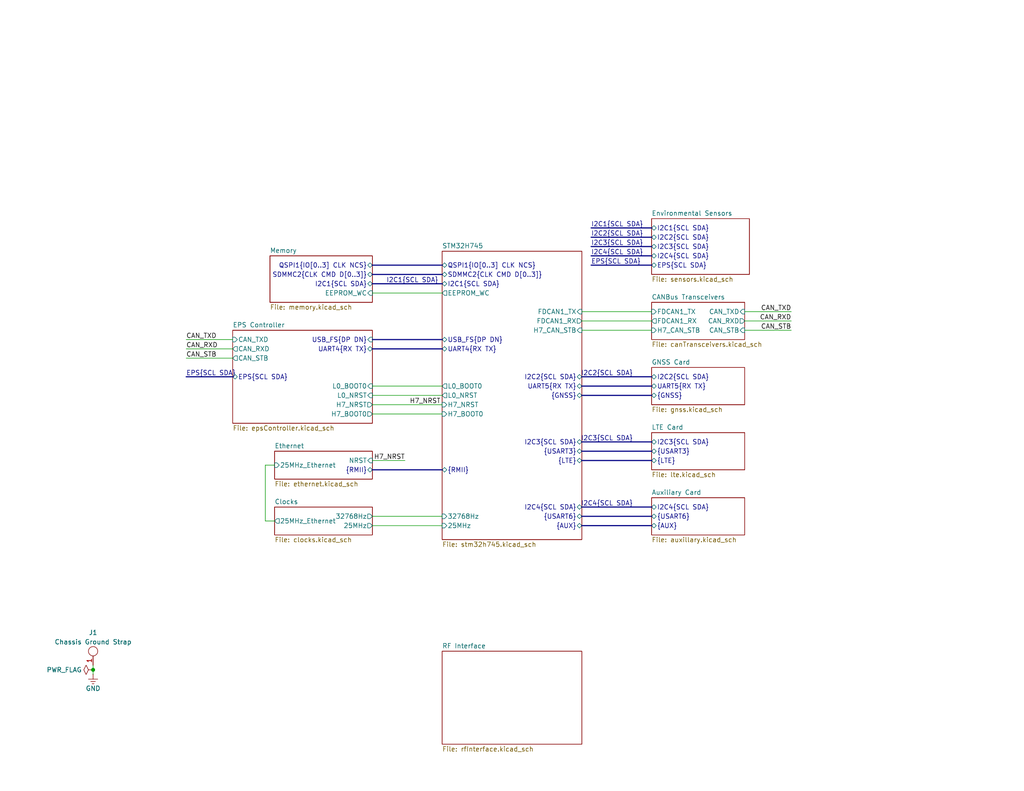
<source format=kicad_sch>
(kicad_sch (version 20250114) (generator "eeschema") (generator_version "9.0")
  (paper "USLetter")
  (title_block (title "System Diagram") (date "2025-03-15") (rev "1") (comment 2 "PROTOTYPE") (comment 3 "2025"))
  (lib_symbols
    (symbol "lib_pwr:GND" (power) (pin_numbers (hide yes)) (pin_names (offset 0) (hide yes))
      (property "Value" "GND" (at 0 -3.81 0))
      (symbol "GND_0_1"
        (polyline (pts (xy -1.27 -1.27) (xy -1.27 -1.27)))
        (polyline (pts (xy -0.635 -1.905) (xy 0.635 -1.905)))
        (polyline (pts (xy -0.254 -2.54) (xy -0.254 -2.54)))
        (polyline (pts (xy -0.254 -2.54) (xy 0.254 -2.54)))
        (polyline (pts (xy 0 0) (xy 0 -1.27)))
        (polyline (pts (xy 1.27 -1.27) (xy -1.27 -1.27)))
      )
      (symbol "GND_1_1"
        (pin power_in line (at 0 0 270) (length 0) (name "~") (number "1"))
      )
    )
    (symbol "lib_pwr:PWR_FLAG" (power) (pin_numbers (hide yes)) (pin_names (offset 0) (hide yes))
      (property "Value" "PWR_FLAG" (at 0 3.81 0))
      (symbol "PWR_FLAG_0_1"
        (polyline (pts (xy 0 1.27) (xy -1.27 1.905) (xy 0 2.54) (xy 1.27 1.905) (xy 0 1.27)))
        (polyline (pts (xy 0 0) (xy 0 1.27)))
      )
      (symbol "PWR_FLAG_1_1"
        (pin power_out line (at 0 0 90) (length 0) (name "~") (number "1"))
      )
    )
    (symbol "lib_sch:Mounting-Hole"
      (property "Reference" "J" (at 0 4.445 0))
      (property "Value" "VAL" (at 0 2.54 0))
      (symbol "Mounting-Hole_0_1"
        (circle (center 0 0) (radius 1.27))
      )
      (symbol "Mounting-Hole_1_1"
        (pin passive line (at 0 -3.81 90) (length 2.54) (name "") (number "1"))
      )
    )
  )
  (bus_alias "USART3" (members "USART3.TX" "USART3.RX" "USART3.CK" "USART3.CTS" "USART3.RTS"))
  (bus_alias "USART6" (members "USART6.TX" "USART6.RX" "USART6.CK" "USART6.CTS" "USART6.RTS"))
  (junction (at 25.4 182.88))
  (wire (pts (xy 101.6 113.03) (xy 120.65 113.03)))
  (wire (pts (xy 101.6 125.73) (xy 110.49 125.73)))
  (wire (pts (xy 101.6 110.49) (xy 120.65 110.49)))
  (wire (pts (xy 203.2 90.17) (xy 215.9 90.17)))
  (bus (pts (xy 158.75 143.51) (xy 177.8 143.51)))
  (wire (pts (xy 63.5 95.25) (xy 50.8 95.25)))
  (bus (pts (xy 101.6 77.47) (xy 120.65 77.47)))
  (wire (pts (xy 101.6 140.97) (xy 120.65 140.97)))
  (bus (pts (xy 158.75 107.95) (xy 177.8 107.95)))
  (wire (pts (xy 63.5 92.71) (xy 50.8 92.71)))
  (wire (pts (xy 25.4 181.61) (xy 25.4 182.88)))
  (bus (pts (xy 158.75 102.87) (xy 177.8 102.87)))
  (bus (pts (xy 50.8 102.87) (xy 63.5 102.87)))
  (wire (pts (xy 74.93 142.24) (xy 72.39 142.24)))
  (bus (pts (xy 101.6 92.71) (xy 120.65 92.71)))
  (wire (pts (xy 72.39 127) (xy 74.93 127)))
  (bus (pts (xy 161.29 69.85) (xy 177.8 69.85)))
  (bus (pts (xy 158.75 138.43) (xy 177.8 138.43)))
  (bus (pts (xy 161.29 62.23) (xy 177.8 62.23)))
  (bus (pts (xy 158.75 125.73) (xy 177.8 125.73)))
  (wire (pts (xy 101.6 107.95) (xy 120.65 107.95)))
  (bus (pts (xy 161.29 72.39) (xy 177.8 72.39)))
  (wire (pts (xy 101.6 80.01) (xy 120.65 80.01)))
  (wire (pts (xy 25.4 184.15) (xy 25.4 182.88)))
  (bus (pts (xy 158.75 105.41) (xy 177.8 105.41)))
  (bus (pts (xy 120.65 128.27) (xy 101.6 128.27)))
  (wire (pts (xy 63.5 97.79) (xy 50.8 97.79)))
  (wire (pts (xy 101.6 105.41) (xy 120.65 105.41)))
  (wire (pts (xy 101.6 143.51) (xy 120.65 143.51)))
  (bus (pts (xy 101.6 72.39) (xy 120.65 72.39)))
  (wire (pts (xy 203.2 87.63) (xy 215.9 87.63)))
  (bus (pts (xy 158.75 120.65) (xy 177.8 120.65)))
  (wire (pts (xy 158.75 87.63) (xy 177.8 87.63)))
  (bus (pts (xy 161.29 67.31) (xy 177.8 67.31)))
  (wire (pts (xy 72.39 142.24) (xy 72.39 127)))
  (wire (pts (xy 158.75 85.09) (xy 177.8 85.09)))
  (bus (pts (xy 101.6 74.93) (xy 120.65 74.93)))
  (wire (pts (xy 203.2 85.09) (xy 215.9 85.09)))
  (bus (pts (xy 158.75 123.19) (xy 177.8 123.19)))
  (wire (pts (xy 158.75 90.17) (xy 177.8 90.17)))
  (bus (pts (xy 158.75 140.97) (xy 177.8 140.97)))
  (bus (pts (xy 101.6 95.25) (xy 120.65 95.25)))
  (bus (pts (xy 161.29 64.77) (xy 177.8 64.77)))
  (label "CAN_TXD" (at 50.8 92.71 0))
  (label "CAN_STB" (at 50.8 97.79 0))
  (label "CAN_RXD" (at 215.9 87.63 180))
  (label "I2C3{SCL SDA}" (at 172.72 120.65 180))
  (label "EPS{SCL SDA}" (at 50.8 102.87 0))
  (label "CAN_RXD" (at 50.8 95.25 0))
  (label "CAN_STB" (at 215.9 90.17 180))
  (label "I2C4{SCL SDA}" (at 172.72 138.43 180))
  (label "H7_NRST" (at 111.76 110.49 0))
  (label "EPS{SCL SDA}" (at 161.29 72.39 0))
  (label "CAN_TXD" (at 215.9 85.09 180))
  (label "I2C4{SCL SDA}" (at 161.29 69.85 0))
  (label "I2C2{SCL SDA}" (at 161.29 64.77 0))
  (label "I2C1{SCL SDA}" (at 161.29 62.23 0))
  (label "H7_NRST" (at 110.49 125.73 180))
  (label "I2C2{SCL SDA}" (at 172.72 102.87 180))
  (label "I2C3{SCL SDA}" (at 161.29 67.31 0))
  (label "I2C1{SCL SDA}" (at 105.41 77.47 0))
  (symbol (lib_id "lib_sch:Mounting-Hole") (at 25.4 177.8 0) (unit 1)
    (property "Reference" "J1" (at 25.4 172.72 0))
    (property "Value" "Chassis Ground Strap" (at 25.4 175.26 0))
    (property "Footprint" "lib_connectors:M4.5-MH" (effects (hide yes)))
    (property "Datasheet" "datasheets/Parker-Chomerics-CHO-STRAP.pdf" (effects (hide yes)))
    (property "Description" "GROUND BRAID FLAT 0.5\" X 0.3'" (effects (hide yes)))
    (property "Manufacturer" "Parker Chomerics" (effects (hide yes)))
    (property "MPN" "L-1011-3" (effects (hide yes)))
    (property "DKPN" "1944-L-1011-3-ND" (effects (hide yes)))
  )
  (symbol (lib_id "lib_pwr:GND") (at 25.4 184.15 0) (unit 1)
    (property "Reference" "#PWR01" (effects (hide yes)))
    (property "Value" "GND" (at 25.4 187.96 0))
  )
  (symbol (lib_id "lib_pwr:PWR_FLAG") (at 25.4 182.88 90) (unit 1)
    (property "Reference" "#FLG01" (effects (hide yes)))
    (property "Value" "PWR_FLAG" (at 22.352 182.88 90) (effects (justify left)))
    (property "Description" "Special symbol for telling ERC where power comes from" (effects (hide yes)))
  )
  (sheet (at 63.5 90.17) (size 38.1 25.4) (stroke (width 0.1524))
    (property "Sheetname" "EPS Controller" (at 63.5 89.4584 0) (effects (justify left bottom)))
    (property "Sheetfile" "epsController.kicad_sch" (at 63.5 116.1546 0) (effects (justify left top)))
    (pin "UART4{RX TX}" bidirectional (at 101.6 95.25 0))
    (pin "L0_BOOT0" input (at 101.6 105.41 0))
    (pin "L0_NRST" input (at 101.6 107.95 0))
    (pin "H7_NRST" output (at 101.6 110.49 0))
    (pin "H7_BOOT0" output (at 101.6 113.03 0))
    (pin "USB_FS{DP DN}" input (at 101.6 92.71 0))
    (pin "CAN_TXD" input (at 63.5 92.71 180))
    (pin "CAN_RXD" output (at 63.5 95.25 180))
    (pin "CAN_STB" output (at 63.5 97.79 180))
    (pin "EPS{SCL SDA}" bidirectional (at 63.5 102.87 180))
  )
  (sheet (at 120.65 68.58) (size 38.1 78.74) (stroke (width 0.1524))
    (property "Sheetname" "STM32H745" (at 120.65 67.8684 0) (effects (justify left bottom)))
    (property "Sheetfile" "stm32h745.kicad_sch" (at 120.65 147.9046 0) (effects (justify left top)))
    (pin "I2C1{SCL SDA}" bidirectional (at 120.65 77.47 180))
    (pin "UART5{RX TX}" bidirectional (at 158.75 105.41 0))
    (pin "I2C4{SCL SDA}" bidirectional (at 158.75 138.43 0))
    (pin "USB_FS{DP DN}" bidirectional (at 120.65 92.71 180))
    (pin "32768Hz" input (at 120.65 140.97 180))
    (pin "SDMMC2{CLK CMD D[0..3]}" bidirectional (at 120.65 74.93 180))
    (pin "I2C3{SCL SDA}" bidirectional (at 158.75 120.65 0))
    (pin "QSPI1{IO[0..3] CLK NCS}" bidirectional (at 120.65 72.39 180))
    (pin "UART4{RX TX}" bidirectional (at 120.65 95.25 180))
    (pin "25MHz" input (at 120.65 143.51 180))
    (pin "I2C2{SCL SDA}" bidirectional (at 158.75 102.87 0))
    (pin "{RMII}" bidirectional (at 120.65 128.27 180))
    (pin "{USART6}" bidirectional (at 158.75 140.97 0))
    (pin "{USART3}" bidirectional (at 158.75 123.19 0))
    (pin "{GNSS}" bidirectional (at 158.75 107.95 0))
    (pin "{LTE}" bidirectional (at 158.75 125.73 0))
    (pin "{AUX}" bidirectional (at 158.75 143.51 0))
    (pin "EEPROM_WC" output (at 120.65 80.01 180))
    (pin "L0_BOOT0" output (at 120.65 105.41 180))
    (pin "H7_NRST" input (at 120.65 110.49 180))
    (pin "H7_BOOT0" input (at 120.65 113.03 180))
    (pin "L0_NRST" output (at 120.65 107.95 180))
    (pin "FDCAN1_TX" input (at 158.75 85.09 0))
    (pin "FDCAN1_RX" output (at 158.75 87.63 0))
    (pin "H7_CAN_STB" input (at 158.75 90.17 0))
  )
  (sheet (at 177.8 59.69) (size 26.67 15.24) (stroke (width 0.1524))
    (property "Sheetname" "Environmental Sensors" (at 177.8 58.9784 0) (effects (justify left bottom)))
    (property "Sheetfile" "sensors.kicad_sch" (at 177.8 75.5146 0) (effects (justify left top)))
    (pin "I2C1{SCL SDA}" bidirectional (at 177.8 62.23 180))
    (pin "EPS{SCL SDA}" bidirectional (at 177.8 72.39 180))
    (pin "I2C4{SCL SDA}" bidirectional (at 177.8 69.85 180))
    (pin "I2C2{SCL SDA}" bidirectional (at 177.8 64.77 180))
    (pin "I2C3{SCL SDA}" bidirectional (at 177.8 67.31 180))
  )
  (sheet (at 177.8 135.89) (size 25.4 10.16) (stroke (width 0.1524))
    (property "Sheetname" "Auxiliary Card" (at 177.8 135.1784 0) (effects (justify left bottom)))
    (property "Sheetfile" "auxillary.kicad_sch" (at 177.8 146.6346 0) (effects (justify left top)))
    (pin "I2C4{SCL SDA}" bidirectional (at 177.8 138.43 180))
    (pin "{USART6}" bidirectional (at 177.8 140.97 180))
    (pin "{AUX}" bidirectional (at 177.8 143.51 180))
  )
  (sheet (at 74.93 123.19) (size 26.67 7.62) (stroke (width 0.1524))
    (property "Sheetname" "Ethernet" (at 74.93 122.4784 0) (effects (justify left bottom)))
    (property "Sheetfile" "ethernet.kicad_sch" (at 74.93 131.3946 0) (effects (justify left top)))
    (pin "NRST" input (at 101.6 125.73 0))
    (pin "25MHz_Ethernet" input (at 74.93 127 180))
    (pin "{RMII}" bidirectional (at 101.6 128.27 0))
  )
  (sheet (at 74.93 138.43) (size 26.67 7.62) (stroke (width 0.1524))
    (property "Sheetname" "Clocks" (at 74.93 137.7184 0) (effects (justify left bottom)))
    (property "Sheetfile" "clocks.kicad_sch" (at 74.93 146.6346 0) (effects (justify left top)))
    (pin "32768Hz" output (at 101.6 140.97 0))
    (pin "25MHz" output (at 101.6 143.51 0))
    (pin "25MHz_Ethernet" output (at 74.93 142.24 180))
  )
  (sheet (at 177.8 118.11) (size 25.4 10.16) (stroke (width 0.1524))
    (property "Sheetname" "LTE Card" (at 177.8 117.3984 0) (effects (justify left bottom)))
    (property "Sheetfile" "lte.kicad_sch" (at 177.8 128.8546 0) (effects (justify left top)))
    (pin "I2C3{SCL SDA}" bidirectional (at 177.8 120.65 180))
    (pin "{USART3}" bidirectional (at 177.8 123.19 180))
    (pin "{LTE}" bidirectional (at 177.8 125.73 180))
  )
  (sheet (at 120.65 177.8) (size 38.1 25.4) (stroke (width 0.1524))
    (property "Sheetname" "RF Interface" (at 120.65 177.0884 0) (effects (justify left bottom)))
    (property "Sheetfile" "rfInterface.kicad_sch" (at 120.65 203.7846 0) (effects (justify left top)))
  )
  (sheet (at 177.8 100.33) (size 25.4 10.16) (stroke (width 0.1524))
    (property "Sheetname" "GNSS Card" (at 177.8 99.6184 0) (effects (justify left bottom)))
    (property "Sheetfile" "gnss.kicad_sch" (at 177.8 111.0746 0) (effects (justify left top)))
    (pin "I2C2{SCL SDA}" bidirectional (at 177.8 102.87 180))
    (pin "UART5{RX TX}" bidirectional (at 177.8 105.41 180))
    (pin "{GNSS}" bidirectional (at 177.8 107.95 180))
  )
  (sheet (at 73.66 69.85) (size 27.94 12.7) (stroke (width 0.1524))
    (property "Sheetname" "Memory" (at 73.66 69.1384 0) (effects (justify left bottom)))
    (property "Sheetfile" "memory.kicad_sch" (at 73.66 83.1346 0) (effects (justify left top)))
    (pin "EEPROM_WC" input (at 101.6 80.01 0))
    (pin "SDMMC2{CLK CMD D[0..3]}" bidirectional (at 101.6 74.93 0))
    (pin "I2C1{SCL SDA}" bidirectional (at 101.6 77.47 0))
    (pin "QSPI1{IO[0..3] CLK NCS}" bidirectional (at 101.6 72.39 0))
  )
  (sheet (at 177.8 82.55) (size 25.4 10.16) (stroke (width 0.1524))
    (property "Sheetname" "CANBus Transceivers" (at 177.8 81.8384 0) (effects (justify left bottom)))
    (property "Sheetfile" "canTransceivers.kicad_sch" (at 177.8 93.2946 0) (effects (justify left top)))
    (pin "CAN_STB" input (at 203.2 90.17 0))
    (pin "H7_CAN_STB" input (at 177.8 90.17 180))
    (pin "CAN_RXD" output (at 203.2 87.63 0))
    (pin "CAN_TXD" input (at 203.2 85.09 0))
    (pin "FDCAN1_TX" input (at 177.8 85.09 180))
    (pin "FDCAN1_RX" output (at 177.8 87.63 180))
  )
)
</source>
